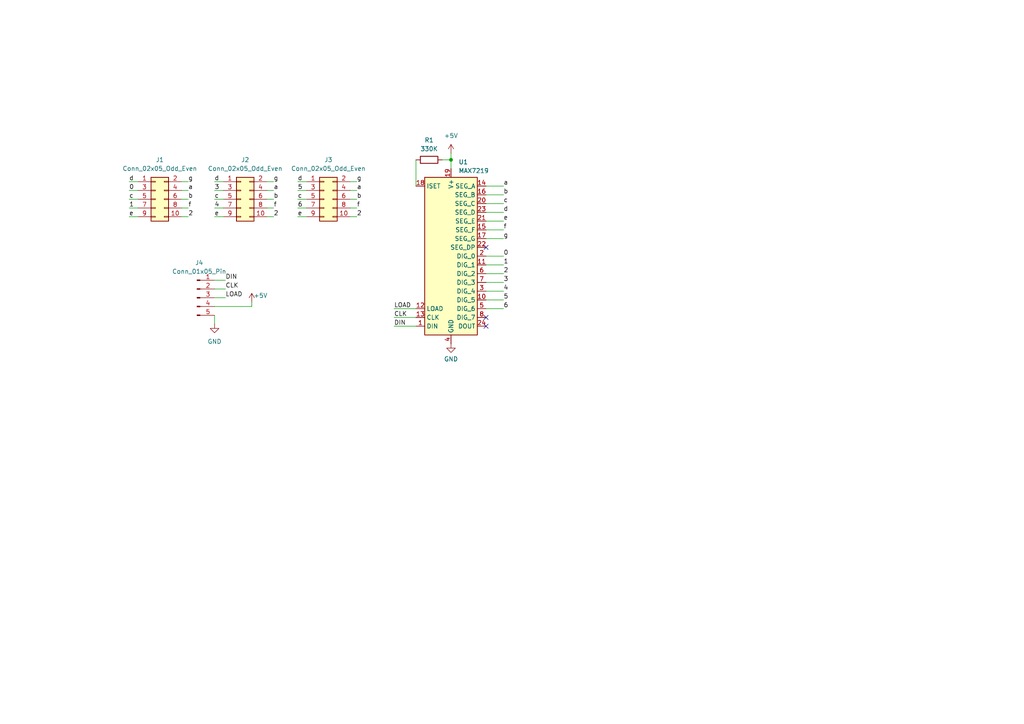
<source format=kicad_sch>
(kicad_sch (version 20230121) (generator eeschema)
  (paper "A4")
  (lib_symbols
    (symbol "Connector:Conn_01x05_Pin" (pin_names (offset 1.016) hide)
      (property "Reference" "J" (at 0 7.62 0))
      (property "Value" "Conn_01x05_Pin" (at 0 -7.62 0))
      (symbol "Conn_01x05_Pin_1_1"
        (polyline (pts (xy 1.27 -5.08) (xy 0.8636 -5.08)) (stroke (width 0.1524)))
        (polyline (pts (xy 1.27 -2.54) (xy 0.8636 -2.54)) (stroke (width 0.1524)))
        (polyline (pts (xy 1.27 0) (xy 0.8636 0)) (stroke (width 0.1524)))
        (polyline (pts (xy 1.27 2.54) (xy 0.8636 2.54)) (stroke (width 0.1524)))
        (polyline (pts (xy 1.27 5.08) (xy 0.8636 5.08)) (stroke (width 0.1524)))
        (rectangle (start 0.8636 -4.953) (end 0 -5.207) (stroke (width 0.1524)) (fill (type outline)))
        (rectangle (start 0.8636 -2.413) (end 0 -2.667) (stroke (width 0.1524)) (fill (type outline)))
        (rectangle (start 0.8636 0.127) (end 0 -0.127) (stroke (width 0.1524)) (fill (type outline)))
        (rectangle (start 0.8636 2.667) (end 0 2.413) (stroke (width 0.1524)) (fill (type outline)))
        (rectangle (start 0.8636 5.207) (end 0 4.953) (stroke (width 0.1524)) (fill (type outline)))
        (pin passive line (at 5.08 5.08 180) (length 3.81) (name "Pin_1") (number "1"))
        (pin passive line (at 5.08 2.54 180) (length 3.81) (name "Pin_2") (number "2"))
        (pin passive line (at 5.08 0 180) (length 3.81) (name "Pin_3") (number "3"))
        (pin passive line (at 5.08 -2.54 180) (length 3.81) (name "Pin_4") (number "4"))
        (pin passive line (at 5.08 -5.08 180) (length 3.81) (name "Pin_5") (number "5"))
      )
    )
    (symbol "Connector_Generic:Conn_02x05_Odd_Even" (pin_names (offset 1.016) hide)
      (property "Reference" "J" (at 1.27 7.62 0))
      (property "Value" "Conn_02x05_Odd_Even" (at 1.27 -7.62 0))
      (symbol "Conn_02x05_Odd_Even_1_1"
        (rectangle (start -1.27 -4.953) (end 0 -5.207) (stroke (width 0.1524)))
        (rectangle (start -1.27 -2.413) (end 0 -2.667) (stroke (width 0.1524)))
        (rectangle (start -1.27 0.127) (end 0 -0.127) (stroke (width 0.1524)))
        (rectangle (start -1.27 2.667) (end 0 2.413) (stroke (width 0.1524)))
        (rectangle (start -1.27 5.207) (end 0 4.953) (stroke (width 0.1524)))
        (rectangle (start -1.27 6.35) (end 3.81 -6.35) (stroke (width 0.254)) (fill (type background)))
        (rectangle (start 3.81 -4.953) (end 2.54 -5.207) (stroke (width 0.1524)))
        (rectangle (start 3.81 -2.413) (end 2.54 -2.667) (stroke (width 0.1524)))
        (rectangle (start 3.81 0.127) (end 2.54 -0.127) (stroke (width 0.1524)))
        (rectangle (start 3.81 2.667) (end 2.54 2.413) (stroke (width 0.1524)))
        (rectangle (start 3.81 5.207) (end 2.54 4.953) (stroke (width 0.1524)))
        (pin passive line (at -5.08 5.08 0) (length 3.81) (name "Pin_1") (number "1"))
        (pin passive line (at 7.62 -5.08 180) (length 3.81) (name "Pin_10") (number "10"))
        (pin passive line (at 7.62 5.08 180) (length 3.81) (name "Pin_2") (number "2"))
        (pin passive line (at -5.08 2.54 0) (length 3.81) (name "Pin_3") (number "3"))
        (pin passive line (at 7.62 2.54 180) (length 3.81) (name "Pin_4") (number "4"))
        (pin passive line (at -5.08 0 0) (length 3.81) (name "Pin_5") (number "5"))
        (pin passive line (at 7.62 0 180) (length 3.81) (name "Pin_6") (number "6"))
        (pin passive line (at -5.08 -2.54 0) (length 3.81) (name "Pin_7") (number "7"))
        (pin passive line (at 7.62 -2.54 180) (length 3.81) (name "Pin_8") (number "8"))
        (pin passive line (at -5.08 -5.08 0) (length 3.81) (name "Pin_9") (number "9"))
      )
    )
    (symbol "Device:R" (pin_numbers hide) (pin_names (offset 0))
      (property "Reference" "R" (at 2.032 0 90))
      (property "Value" "R" (at 0 0 90))
      (symbol "R_0_1"
        (rectangle (start -1.016 -2.54) (end 1.016 2.54) (stroke (width 0.254)))
      )
      (symbol "R_1_1"
        (pin passive line (at 0 3.81 270) (length 1.27) (name "~") (number "1"))
        (pin passive line (at 0 -3.81 90) (length 1.27) (name "~") (number "2"))
      )
    )
    (symbol "Driver_LED:MAX7219"
      (property "Reference" "U" (at -6.35 24.13 0))
      (property "Value" "MAX7219" (at 1.27 25.4 0))
      (symbol "MAX7219_0_1"
        (rectangle (start -7.62 22.86) (end 7.62 -22.86) (stroke (width 0.254)) (fill (type background)))
      )
      (symbol "MAX7219_1_1"
        (pin input line (at -10.16 -20.32 0) (length 2.54) (name "DIN") (number "1"))
        (pin output line (at 10.16 -12.7 180) (length 2.54) (name "DIG_5") (number "10"))
        (pin output line (at 10.16 -2.54 180) (length 2.54) (name "DIG_1") (number "11"))
        (pin input line (at -10.16 -15.24 0) (length 2.54) (name "LOAD") (number "12"))
        (pin input line (at -10.16 -17.78 0) (length 2.54) (name "CLK") (number "13"))
        (pin output line (at 10.16 20.32 180) (length 2.54) (name "SEG_A") (number "14"))
        (pin output line (at 10.16 7.62 180) (length 2.54) (name "SEG_F") (number "15"))
        (pin output line (at 10.16 17.78 180) (length 2.54) (name "SEG_B") (number "16"))
        (pin output line (at 10.16 5.08 180) (length 2.54) (name "SEG_G") (number "17"))
        (pin input line (at -10.16 20.32 0) (length 2.54) (name "ISET") (number "18"))
        (pin power_in line (at 0 25.4 270) (length 2.54) (name "V+") (number "19"))
        (pin output line (at 10.16 0 180) (length 2.54) (name "DIG_0") (number "2"))
        (pin output line (at 10.16 15.24 180) (length 2.54) (name "SEG_C") (number "20"))
        (pin output line (at 10.16 10.16 180) (length 2.54) (name "SEG_E") (number "21"))
        (pin output line (at 10.16 2.54 180) (length 2.54) (name "SEG_DP") (number "22"))
        (pin output line (at 10.16 12.7 180) (length 2.54) (name "SEG_D") (number "23"))
        (pin output line (at 10.16 -20.32 180) (length 2.54) (name "DOUT") (number "24"))
        (pin output line (at 10.16 -10.16 180) (length 2.54) (name "DIG_4") (number "3"))
        (pin power_in line (at 0 -25.4 90) (length 2.54) (name "GND") (number "4"))
        (pin output line (at 10.16 -15.24 180) (length 2.54) (name "DIG_6") (number "5"))
        (pin output line (at 10.16 -5.08 180) (length 2.54) (name "DIG_2") (number "6"))
        (pin output line (at 10.16 -7.62 180) (length 2.54) (name "DIG_3") (number "7"))
        (pin output line (at 10.16 -17.78 180) (length 2.54) (name "DIG_7") (number "8"))
        (pin passive line (at 0 -25.4 90) (length 2.54) hide (name "GND") (number "9"))
      )
    )
    (symbol "power:+5V" (power) (pin_names (offset 0))
      (property "Value" "+5V" (at 0 3.556 0))
      (symbol "+5V_0_1"
        (polyline (pts (xy -0.762 1.27) (xy 0 2.54)))
        (polyline (pts (xy 0 0) (xy 0 2.54)))
        (polyline (pts (xy 0 2.54) (xy 0.762 1.27)))
      )
      (symbol "+5V_1_1"
        (pin power_in line (at 0 0 90) (length 0) hide (name "+5V") (number "1"))
      )
    )
    (symbol "power:GND" (power) (pin_names (offset 0))
      (property "Value" "GND" (at 0 -3.81 0))
      (symbol "GND_0_1"
        (polyline (pts (xy 0 0) (xy 0 -1.27) (xy 1.27 -1.27) (xy 0 -2.54) (xy -1.27 -1.27) (xy 0 -1.27)))
      )
      (symbol "GND_1_1"
        (pin power_in line (at 0 0 270) (length 0) hide (name "GND") (number "1"))
      )
    )
  )
  (junction (at 130.81 46.355))
  (no_connect (at 140.97 92.075))
  (no_connect (at 140.97 71.755))
  (no_connect (at 140.97 94.615))
  (wire (pts (xy 140.97 53.975) (xy 146.05 53.975)))
  (wire (pts (xy 101.6 52.705) (xy 103.505 52.705)))
  (wire (pts (xy 140.97 81.915) (xy 146.05 81.915)))
  (wire (pts (xy 52.705 57.785) (xy 54.61 57.785)))
  (wire (pts (xy 62.23 86.36) (xy 65.405 86.36)))
  (wire (pts (xy 140.97 61.595) (xy 146.05 61.595)))
  (wire (pts (xy 37.465 55.245) (xy 40.005 55.245)))
  (wire (pts (xy 62.23 91.44) (xy 62.23 93.98)))
  (wire (pts (xy 140.97 59.055) (xy 146.05 59.055)))
  (wire (pts (xy 140.97 74.295) (xy 146.05 74.295)))
  (wire (pts (xy 52.705 55.245) (xy 54.61 55.245)))
  (wire (pts (xy 128.27 46.355) (xy 130.81 46.355)))
  (wire (pts (xy 140.97 66.675) (xy 146.05 66.675)))
  (wire (pts (xy 130.81 46.355) (xy 130.81 48.895)))
  (wire (pts (xy 77.47 52.705) (xy 79.375 52.705)))
  (wire (pts (xy 86.36 62.865) (xy 88.9 62.865)))
  (wire (pts (xy 62.23 55.245) (xy 64.77 55.245)))
  (wire (pts (xy 62.23 52.705) (xy 64.77 52.705)))
  (wire (pts (xy 62.23 60.325) (xy 64.77 60.325)))
  (wire (pts (xy 62.23 81.28) (xy 65.405 81.28)))
  (wire (pts (xy 62.23 83.82) (xy 65.405 83.82)))
  (wire (pts (xy 52.705 60.325) (xy 54.61 60.325)))
  (wire (pts (xy 77.47 57.785) (xy 79.375 57.785)))
  (wire (pts (xy 114.3 94.615) (xy 120.65 94.615)))
  (wire (pts (xy 73.025 88.9) (xy 73.025 87.63)))
  (wire (pts (xy 77.47 62.865) (xy 79.375 62.865)))
  (wire (pts (xy 86.36 52.705) (xy 88.9 52.705)))
  (wire (pts (xy 101.6 57.785) (xy 103.505 57.785)))
  (wire (pts (xy 140.97 84.455) (xy 146.05 84.455)))
  (wire (pts (xy 140.97 56.515) (xy 146.05 56.515)))
  (wire (pts (xy 86.36 55.245) (xy 88.9 55.245)))
  (wire (pts (xy 77.47 60.325) (xy 79.375 60.325)))
  (wire (pts (xy 101.6 60.325) (xy 103.505 60.325)))
  (wire (pts (xy 140.97 86.995) (xy 146.05 86.995)))
  (wire (pts (xy 86.36 60.325) (xy 88.9 60.325)))
  (wire (pts (xy 37.465 52.705) (xy 40.005 52.705)))
  (wire (pts (xy 140.97 64.135) (xy 146.05 64.135)))
  (wire (pts (xy 140.97 89.535) (xy 146.05 89.535)))
  (wire (pts (xy 114.3 92.075) (xy 120.65 92.075)))
  (wire (pts (xy 52.705 52.705) (xy 54.61 52.705)))
  (wire (pts (xy 37.465 60.325) (xy 40.005 60.325)))
  (wire (pts (xy 140.97 79.375) (xy 146.05 79.375)))
  (wire (pts (xy 140.97 76.835) (xy 146.05 76.835)))
  (wire (pts (xy 130.81 44.45) (xy 130.81 46.355)))
  (wire (pts (xy 62.23 57.785) (xy 64.77 57.785)))
  (wire (pts (xy 62.23 62.865) (xy 64.77 62.865)))
  (wire (pts (xy 101.6 55.245) (xy 103.505 55.245)))
  (wire (pts (xy 37.465 62.865) (xy 40.005 62.865)))
  (wire (pts (xy 37.465 57.785) (xy 40.005 57.785)))
  (wire (pts (xy 52.705 62.865) (xy 54.61 62.865)))
  (wire (pts (xy 77.47 55.245) (xy 79.375 55.245)))
  (wire (pts (xy 140.97 69.215) (xy 146.05 69.215)))
  (wire (pts (xy 114.3 89.535) (xy 120.65 89.535)))
  (wire (pts (xy 86.36 57.785) (xy 88.9 57.785)))
  (wire (pts (xy 120.65 46.355) (xy 120.65 53.975)))
  (wire (pts (xy 62.23 88.9) (xy 73.025 88.9)))
  (wire (pts (xy 101.6 62.865) (xy 103.505 62.865)))
  (label "d" (at 37.465 52.705 0))
  (label "b" (at 146.05 56.515 0))
  (label "LOAD" (at 65.405 86.36 0))
  (label "f" (at 54.61 60.325 0))
  (label "CLK" (at 65.405 83.82 0))
  (label "c" (at 86.36 57.785 0))
  (label "LOAD" (at 114.3 89.535 0))
  (label "a" (at 103.505 55.245 0))
  (label "g" (at 103.505 52.705 0))
  (label "e" (at 146.05 64.135 0))
  (label "2" (at 79.375 62.865 0))
  (label "2" (at 146.05 79.375 0))
  (label "d" (at 62.23 52.705 0))
  (label "g" (at 54.61 52.705 0))
  (label "0" (at 37.465 55.245 0))
  (label "6" (at 86.36 60.325 0))
  (label "c" (at 37.465 57.785 0))
  (label "DIN" (at 114.3 94.615 0))
  (label "5" (at 146.05 86.995 0))
  (label "3" (at 146.05 81.915 0))
  (label "DIN" (at 65.405 81.28 0))
  (label "b" (at 54.61 57.785 0))
  (label "f" (at 103.505 60.325 0))
  (label "2" (at 103.505 62.865 0))
  (label "b" (at 79.375 57.785 0))
  (label "f" (at 146.05 66.675 0))
  (label "2" (at 54.61 62.865 0))
  (label "d" (at 86.36 52.705 0))
  (label "4" (at 146.05 84.455 0))
  (label "6" (at 146.05 89.535 0))
  (label "e" (at 86.36 62.865 0))
  (label "g" (at 79.375 52.705 0))
  (label "0" (at 146.05 74.295 0))
  (label "CLK" (at 114.3 92.075 0))
  (label "a" (at 146.05 53.975 0))
  (label "d" (at 146.05 61.595 0))
  (label "1" (at 146.05 76.835 0))
  (label "3" (at 62.23 55.245 0))
  (label "b" (at 103.505 57.785 0))
  (label "e" (at 62.23 62.865 0))
  (label "a" (at 54.61 55.245 0))
  (label "1" (at 37.465 60.325 0))
  (label "a" (at 79.375 55.245 0))
  (label "4" (at 62.23 60.325 0))
  (label "c" (at 62.23 57.785 0))
  (label "g" (at 146.05 69.215 0))
  (label "5" (at 86.36 55.245 0))
  (label "e" (at 37.465 62.865 0))
  (label "c" (at 146.05 59.055 0))
  (label "f" (at 79.375 60.325 0))
  (symbol (lib_id "power:GND") (at 130.81 99.695 0) (unit 1)
    (property "Reference" "#PWR01" (effects hide))
    (property "Value" "GND" (at 130.81 104.14 0))
  )
  (symbol (lib_id "power:GND") (at 62.23 93.98 0) (unit 1)
    (property "Reference" "#PWR04" (effects hide))
    (property "Value" "GND" (at 62.23 99.06 0))
  )
  (symbol (lib_id "Connector:Conn_01x05_Pin") (at 57.15 86.36 0) (unit 1)
    (property "Reference" "J4" (at 57.785 76.2 0))
    (property "Value" "Conn_01x05_Pin" (at 57.785 78.74 0))
    (property "Footprint" "Connector_PinHeader_2.54mm:PinHeader_1x05_P2.54mm_Vertical" (effects hide))
  )
  (symbol (lib_id "power:+5V") (at 130.81 44.45 0) (unit 1)
    (property "Reference" "#PWR02" (effects hide))
    (property "Value" "+5V" (at 130.81 39.37 0))
  )
  (symbol (lib_id "Driver_LED:MAX7219") (at 130.81 74.295 0) (unit 1)
    (property "Reference" "U1" (at 133.0041 46.99 0) (effects (justify left)))
    (property "Value" "MAX7219" (at 133.0041 49.53 0) (effects (justify left)))
    (property "Footprint" "Package_DIP:DIP-24_W7.62mm_Socket" (effects hide))
    (property "Datasheet" "https://datasheets.maximintegrated.com/en/ds/MAX7219-MAX7221.pdf" (effects hide))
  )
  (symbol (lib_id "power:+5V") (at 73.025 87.63 0) (unit 1)
    (property "Reference" "#PWR03" (effects hide))
    (property "Value" "+5V" (at 75.565 85.725 0))
  )
  (symbol (lib_id "Connector_Generic:Conn_02x05_Odd_Even") (at 45.085 57.785 0) (unit 1)
    (property "Reference" "J1" (at 46.355 46.355 0))
    (property "Value" "Conn_02x05_Odd_Even" (at 46.355 48.895 0))
    (property "Footprint" "Connector_PinHeader_2.54mm:PinHeader_2x05_P2.54mm_Vertical" (effects hide))
  )
  (symbol (lib_id "Connector_Generic:Conn_02x05_Odd_Even") (at 69.85 57.785 0) (unit 1)
    (property "Reference" "J2" (at 71.12 46.355 0))
    (property "Value" "Conn_02x05_Odd_Even" (at 71.12 48.895 0))
    (property "Footprint" "Connector_PinHeader_2.54mm:PinHeader_2x05_P2.54mm_Vertical" (effects hide))
  )
  (symbol (lib_id "Device:R") (at 124.46 46.355 90) (unit 1)
    (property "Reference" "R1" (at 124.46 40.64 90))
    (property "Value" "330K" (at 124.46 43.18 90))
    (property "Footprint" "Resistor_THT:R_Axial_DIN0204_L3.6mm_D1.6mm_P5.08mm_Horizontal" (effects hide))
  )
  (symbol (lib_id "Connector_Generic:Conn_02x05_Odd_Even") (at 93.98 57.785 0) (unit 1)
    (property "Reference" "J3" (at 95.25 46.355 0))
    (property "Value" "Conn_02x05_Odd_Even" (at 95.25 48.895 0))
    (property "Footprint" "Connector_PinHeader_2.54mm:PinHeader_2x05_P2.54mm_Vertical" (effects hide))
  )
)
</source>
